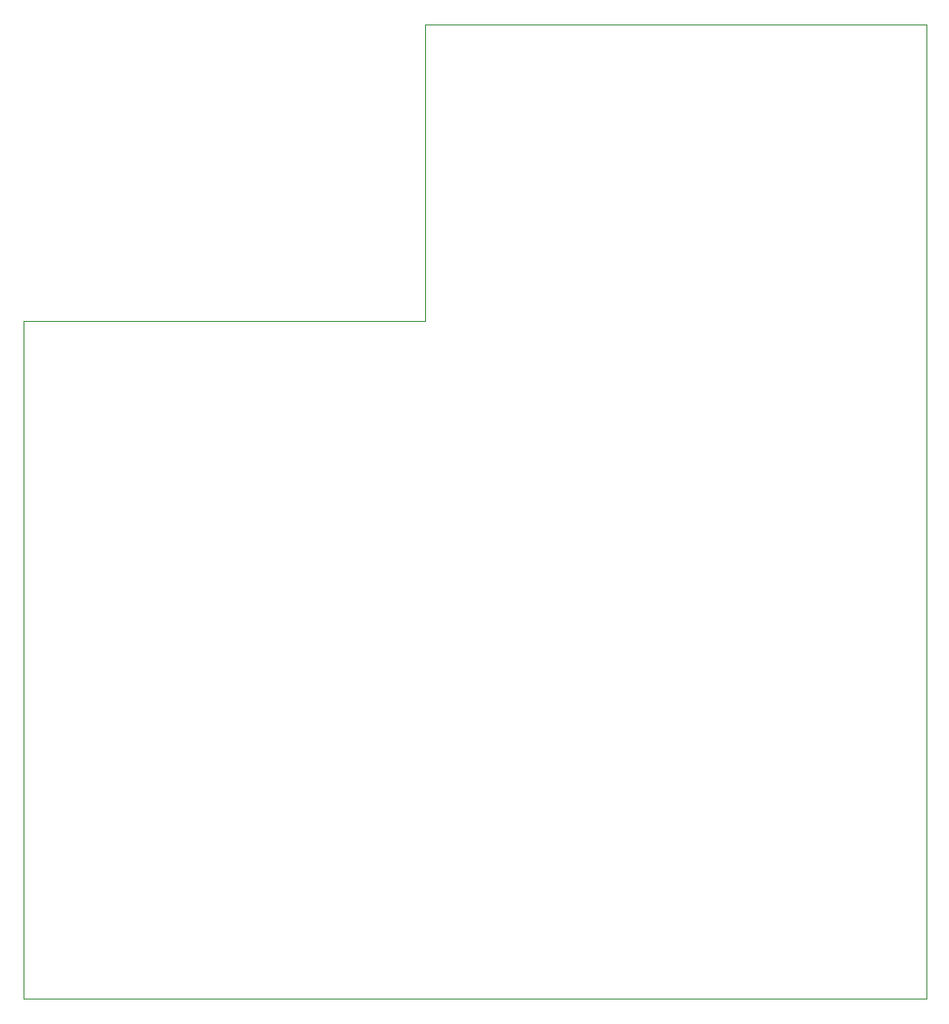
<source format=gbr>
%TF.GenerationSoftware,KiCad,Pcbnew,(6.0.5)*%
%TF.CreationDate,2022-06-17T20:08:42-05:00*%
%TF.ProjectId,ISA card rev2,49534120-6361-4726-9420-726576322e6b,rev?*%
%TF.SameCoordinates,Original*%
%TF.FileFunction,Profile,NP*%
%FSLAX46Y46*%
G04 Gerber Fmt 4.6, Leading zero omitted, Abs format (unit mm)*
G04 Created by KiCad (PCBNEW (6.0.5)) date 2022-06-17 20:08:42*
%MOMM*%
%LPD*%
G01*
G04 APERTURE LIST*
%TA.AperFunction,Profile*%
%ADD10C,0.100000*%
%TD*%
G04 APERTURE END LIST*
D10*
X99695000Y-87630000D02*
X135890000Y-87630000D01*
X99695000Y-148590000D02*
X99695000Y-87630000D01*
X135890000Y-60960000D02*
X135890000Y-87630000D01*
X180975000Y-60960000D02*
X135890000Y-60960000D01*
X180975000Y-61595000D02*
X180975000Y-60960000D01*
X180975000Y-148590000D02*
X180975000Y-61595000D01*
X99695000Y-148590000D02*
X180975000Y-148590000D01*
M02*

</source>
